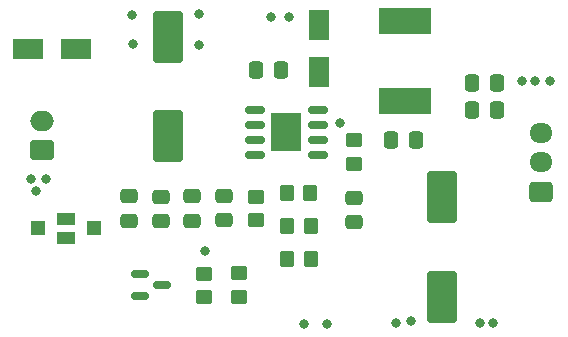
<source format=gbr>
%TF.GenerationSoftware,KiCad,Pcbnew,(6.0.2)*%
%TF.CreationDate,2022-10-19T14:59:14+05:30*%
%TF.ProjectId,psu,7073752e-6b69-4636-9164-5f7063625858,rev?*%
%TF.SameCoordinates,Original*%
%TF.FileFunction,Soldermask,Top*%
%TF.FilePolarity,Negative*%
%FSLAX46Y46*%
G04 Gerber Fmt 4.6, Leading zero omitted, Abs format (unit mm)*
G04 Created by KiCad (PCBNEW (6.0.2)) date 2022-10-19 14:59:14*
%MOMM*%
%LPD*%
G01*
G04 APERTURE LIST*
G04 Aperture macros list*
%AMRoundRect*
0 Rectangle with rounded corners*
0 $1 Rounding radius*
0 $2 $3 $4 $5 $6 $7 $8 $9 X,Y pos of 4 corners*
0 Add a 4 corners polygon primitive as box body*
4,1,4,$2,$3,$4,$5,$6,$7,$8,$9,$2,$3,0*
0 Add four circle primitives for the rounded corners*
1,1,$1+$1,$2,$3*
1,1,$1+$1,$4,$5*
1,1,$1+$1,$6,$7*
1,1,$1+$1,$8,$9*
0 Add four rect primitives between the rounded corners*
20,1,$1+$1,$2,$3,$4,$5,0*
20,1,$1+$1,$4,$5,$6,$7,0*
20,1,$1+$1,$6,$7,$8,$9,0*
20,1,$1+$1,$8,$9,$2,$3,0*%
G04 Aperture macros list end*
%ADD10R,2.500000X1.800000*%
%ADD11RoundRect,0.250000X-0.450000X0.350000X-0.450000X-0.350000X0.450000X-0.350000X0.450000X0.350000X0*%
%ADD12RoundRect,0.250000X-0.475000X0.337500X-0.475000X-0.337500X0.475000X-0.337500X0.475000X0.337500X0*%
%ADD13RoundRect,0.150000X-0.662500X-0.150000X0.662500X-0.150000X0.662500X0.150000X-0.662500X0.150000X0*%
%ADD14R,2.514000X3.200000*%
%ADD15R,1.800000X2.500000*%
%ADD16RoundRect,0.250000X0.337500X0.475000X-0.337500X0.475000X-0.337500X-0.475000X0.337500X-0.475000X0*%
%ADD17RoundRect,0.250000X0.475000X-0.337500X0.475000X0.337500X-0.475000X0.337500X-0.475000X-0.337500X0*%
%ADD18RoundRect,0.250000X-0.337500X-0.475000X0.337500X-0.475000X0.337500X0.475000X-0.337500X0.475000X0*%
%ADD19RoundRect,0.250000X1.000000X-1.950000X1.000000X1.950000X-1.000000X1.950000X-1.000000X-1.950000X0*%
%ADD20RoundRect,0.250000X0.725000X-0.600000X0.725000X0.600000X-0.725000X0.600000X-0.725000X-0.600000X0*%
%ADD21O,1.950000X1.700000*%
%ADD22R,1.250000X1.200000*%
%ADD23R,1.500000X1.000000*%
%ADD24R,4.500000X2.250000*%
%ADD25RoundRect,0.250000X0.350000X0.450000X-0.350000X0.450000X-0.350000X-0.450000X0.350000X-0.450000X0*%
%ADD26RoundRect,0.150000X-0.587500X-0.150000X0.587500X-0.150000X0.587500X0.150000X-0.587500X0.150000X0*%
%ADD27RoundRect,0.250000X0.450000X-0.350000X0.450000X0.350000X-0.450000X0.350000X-0.450000X-0.350000X0*%
%ADD28RoundRect,0.250000X-0.350000X-0.450000X0.350000X-0.450000X0.350000X0.450000X-0.350000X0.450000X0*%
%ADD29RoundRect,0.250000X0.750000X-0.600000X0.750000X0.600000X-0.750000X0.600000X-0.750000X-0.600000X0*%
%ADD30O,2.000000X1.700000*%
%ADD31RoundRect,0.250000X-1.000000X1.950000X-1.000000X-1.950000X1.000000X-1.950000X1.000000X1.950000X0*%
%ADD32C,0.800000*%
G04 APERTURE END LIST*
D10*
%TO.C,D1*%
X128460000Y-75140000D03*
X124460000Y-75140000D03*
%TD*%
D11*
%TO.C,R1*%
X143700000Y-87610000D03*
X143700000Y-89610000D03*
%TD*%
D12*
%TO.C,C1*%
X132970000Y-87602500D03*
X132970000Y-89677500D03*
%TD*%
D13*
%TO.C,U1*%
X143672500Y-80275000D03*
X143672500Y-81545000D03*
X143672500Y-82815000D03*
X143672500Y-84085000D03*
X148947500Y-84085000D03*
X148947500Y-82815000D03*
X148947500Y-81545000D03*
X148947500Y-80275000D03*
D14*
X146310000Y-82180000D03*
%TD*%
D15*
%TO.C,D3*%
X149060000Y-77110000D03*
X149060000Y-73110000D03*
%TD*%
D16*
%TO.C,C7*%
X157277500Y-82800000D03*
X155202500Y-82800000D03*
%TD*%
D17*
%TO.C,C8*%
X152010000Y-89807500D03*
X152010000Y-87732500D03*
%TD*%
D18*
%TO.C,C11*%
X162030500Y-77978000D03*
X164105500Y-77978000D03*
%TD*%
D12*
%TO.C,C4*%
X138360000Y-87582500D03*
X138360000Y-89657500D03*
%TD*%
D19*
%TO.C,C3*%
X136290000Y-82480000D03*
X136290000Y-74080000D03*
%TD*%
D20*
%TO.C,J2*%
X167910000Y-87210000D03*
D21*
X167910000Y-84710000D03*
X167910000Y-82210000D03*
%TD*%
D22*
%TO.C,FL1*%
X125260000Y-90297000D03*
D23*
X127635000Y-91097000D03*
D22*
X130010000Y-90297000D03*
D23*
X127635000Y-89497000D03*
%TD*%
D16*
%TO.C,C6*%
X145817500Y-76940000D03*
X143742500Y-76940000D03*
%TD*%
D18*
%TO.C,C10*%
X162030500Y-80264000D03*
X164105500Y-80264000D03*
%TD*%
D24*
%TO.C,L1*%
X156340000Y-79560000D03*
X156340000Y-72760000D03*
%TD*%
D25*
%TO.C,R7*%
X148340000Y-87280000D03*
X146340000Y-87280000D03*
%TD*%
D12*
%TO.C,C5*%
X141050000Y-87542500D03*
X141050000Y-89617500D03*
%TD*%
D11*
%TO.C,R3*%
X142270000Y-94090000D03*
X142270000Y-96090000D03*
%TD*%
D26*
%TO.C,D2*%
X133922500Y-94130000D03*
X133922500Y-96030000D03*
X135797500Y-95080000D03*
%TD*%
D27*
%TO.C,R2*%
X139370000Y-96130000D03*
X139370000Y-94130000D03*
%TD*%
D12*
%TO.C,C2*%
X135720000Y-87622500D03*
X135720000Y-89697500D03*
%TD*%
D28*
%TO.C,R6*%
X146360000Y-90090000D03*
X148360000Y-90090000D03*
%TD*%
D25*
%TO.C,R5*%
X148390000Y-92900000D03*
X146390000Y-92900000D03*
%TD*%
D29*
%TO.C,J1*%
X125603000Y-83693000D03*
D30*
X125603000Y-81193000D03*
%TD*%
D11*
%TO.C,R4*%
X152010000Y-82820000D03*
X152010000Y-84820000D03*
%TD*%
D31*
%TO.C,C9*%
X159450000Y-87677500D03*
X159450000Y-96077500D03*
%TD*%
D32*
X162687000Y-98298000D03*
X139446000Y-92202000D03*
X138938000Y-74803000D03*
X133223000Y-72263000D03*
X125095000Y-87122000D03*
X150876000Y-81407000D03*
X168656000Y-77851000D03*
X155575000Y-98298000D03*
X167386000Y-77851000D03*
X163830000Y-98298000D03*
X146558000Y-72390000D03*
X138938000Y-72136000D03*
X149733000Y-98425000D03*
X124714000Y-86106000D03*
X147828000Y-98425000D03*
X156845000Y-98171000D03*
X145034000Y-72390000D03*
X166243000Y-77851000D03*
X133350000Y-74676000D03*
X125984000Y-86106000D03*
M02*

</source>
